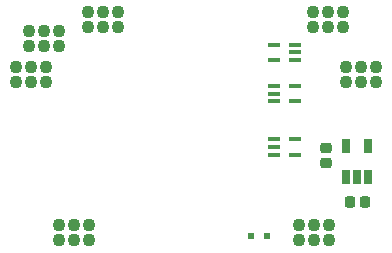
<source format=gbs>
G04*
G04 #@! TF.GenerationSoftware,Altium Limited,Altium Designer,20.1.8 (145)*
G04*
G04 Layer_Color=16711935*
%FSLAX43Y43*%
%MOMM*%
G71*
G04*
G04 #@! TF.SameCoordinates,A35BB786-9FE3-423A-BE6B-7267126F668D*
G04*
G04*
G04 #@! TF.FilePolarity,Negative*
G04*
G01*
G75*
G04:AMPARAMS|DCode=17|XSize=1mm|YSize=0.9mm|CornerRadius=0.25mm|HoleSize=0mm|Usage=FLASHONLY|Rotation=0.000|XOffset=0mm|YOffset=0mm|HoleType=Round|Shape=RoundedRectangle|*
%AMROUNDEDRECTD17*
21,1,1.000,0.400,0,0,0.0*
21,1,0.500,0.900,0,0,0.0*
1,1,0.500,0.250,-0.200*
1,1,0.500,-0.250,-0.200*
1,1,0.500,-0.250,0.200*
1,1,0.500,0.250,0.200*
%
%ADD17ROUNDEDRECTD17*%
G04:AMPARAMS|DCode=20|XSize=1mm|YSize=0.9mm|CornerRadius=0.25mm|HoleSize=0mm|Usage=FLASHONLY|Rotation=270.000|XOffset=0mm|YOffset=0mm|HoleType=Round|Shape=RoundedRectangle|*
%AMROUNDEDRECTD20*
21,1,1.000,0.400,0,0,270.0*
21,1,0.500,0.900,0,0,270.0*
1,1,0.500,-0.200,-0.250*
1,1,0.500,-0.200,0.250*
1,1,0.500,0.200,0.250*
1,1,0.500,0.200,-0.250*
%
%ADD20ROUNDEDRECTD20*%
%ADD29C,1.100*%
%ADD53R,0.600X0.500*%
%ADD54R,0.700X1.200*%
%ADD55R,1.100X0.450*%
D17*
X58500Y35275D02*
D03*
Y33975D02*
D03*
D20*
X60533Y30718D02*
D03*
X61833D02*
D03*
D29*
X57400Y45525D02*
D03*
Y46795D02*
D03*
X58670Y45525D02*
D03*
Y46795D02*
D03*
X59940Y45525D02*
D03*
Y46795D02*
D03*
X60206Y42137D02*
D03*
Y40867D02*
D03*
X61476Y42137D02*
D03*
Y40867D02*
D03*
X62746Y42137D02*
D03*
Y40867D02*
D03*
X32254Y42137D02*
D03*
Y40867D02*
D03*
X33524Y42137D02*
D03*
Y40867D02*
D03*
X34794Y42137D02*
D03*
Y40867D02*
D03*
X40940Y46795D02*
D03*
Y45525D02*
D03*
X39670Y46795D02*
D03*
Y45525D02*
D03*
X38400Y46795D02*
D03*
Y45525D02*
D03*
X35880Y27455D02*
D03*
Y28725D02*
D03*
X37150Y27455D02*
D03*
Y28725D02*
D03*
X38420Y27455D02*
D03*
Y28725D02*
D03*
X56255Y27455D02*
D03*
Y28725D02*
D03*
X57525Y27455D02*
D03*
Y28725D02*
D03*
X58795Y27455D02*
D03*
Y28725D02*
D03*
X35940Y43905D02*
D03*
Y45175D02*
D03*
X33400D02*
D03*
X34670D02*
D03*
X33400Y43905D02*
D03*
X34670D02*
D03*
D53*
X52200Y27875D02*
D03*
X53500D02*
D03*
D54*
X62096Y35435D02*
D03*
X60196D02*
D03*
Y32835D02*
D03*
X61146D02*
D03*
X62096D02*
D03*
D55*
X54100Y34725D02*
D03*
Y35375D02*
D03*
Y36025D02*
D03*
X55900D02*
D03*
Y34725D02*
D03*
X54100Y39225D02*
D03*
Y39875D02*
D03*
Y40525D02*
D03*
X55900D02*
D03*
Y39225D02*
D03*
Y44025D02*
D03*
Y43375D02*
D03*
Y42725D02*
D03*
X54100D02*
D03*
Y44025D02*
D03*
M02*

</source>
